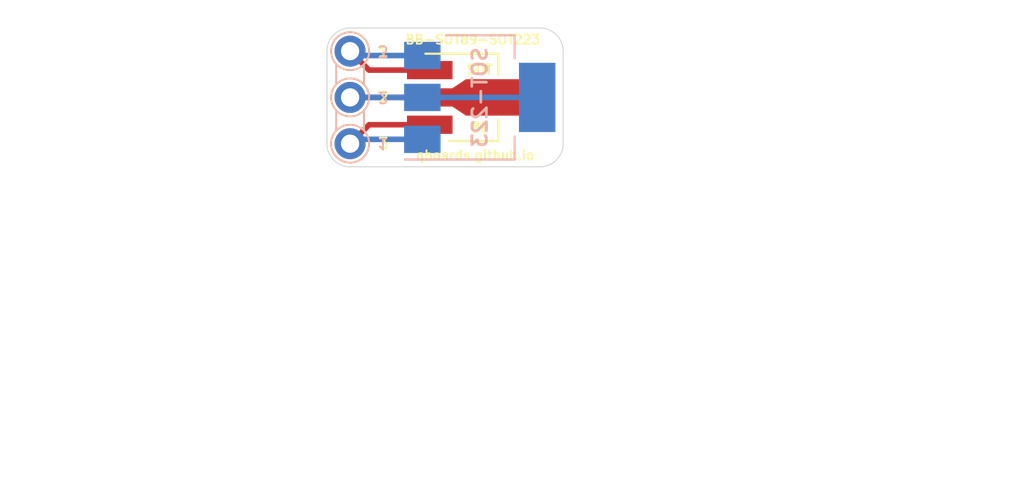
<source format=kicad_pcb>
(kicad_pcb (version 20171130) (host pcbnew "(5.1.2)-1")

  (general
    (thickness 1.2)
    (drawings 11)
    (tracks 14)
    (zones 0)
    (modules 4)
    (nets 4)
  )

  (page A4)
  (title_block
    (title BRD-REF)
    (rev 1)
    (company QBoards)
    (comment 1 "Description of the board")
  )

  (layers
    (0 F.Cu signal)
    (31 B.Cu signal)
    (32 B.Adhes user hide)
    (33 F.Adhes user hide)
    (34 B.Paste user)
    (35 F.Paste user hide)
    (36 B.SilkS user)
    (37 F.SilkS user hide)
    (38 B.Mask user)
    (39 F.Mask user hide)
    (40 Dwgs.User user hide)
    (41 Cmts.User user hide)
    (42 Eco1.User user hide)
    (43 Eco2.User user hide)
    (44 Edge.Cuts user)
    (45 Margin user hide)
    (46 B.CrtYd user)
    (47 F.CrtYd user hide)
    (48 B.Fab user)
    (49 F.Fab user hide)
  )

  (setup
    (last_trace_width 0.3048)
    (trace_clearance 0.2032)
    (zone_clearance 0.508)
    (zone_45_only no)
    (trace_min 0.1524)
    (via_size 0.8)
    (via_drill 0.4)
    (via_min_size 0.4)
    (via_min_drill 0.3048)
    (uvia_size 0.3)
    (uvia_drill 0.1)
    (uvias_allowed no)
    (uvia_min_size 0.2)
    (uvia_min_drill 0.1)
    (edge_width 0.05)
    (segment_width 0.2)
    (pcb_text_width 0.3)
    (pcb_text_size 1.5 1.5)
    (mod_edge_width 0.12)
    (mod_text_size 1 1)
    (mod_text_width 0.15)
    (pad_size 1.524 1.524)
    (pad_drill 0.762)
    (pad_to_mask_clearance 0.051)
    (solder_mask_min_width 0.25)
    (aux_axis_origin 0 0)
    (visible_elements 7FFFFFFF)
    (pcbplotparams
      (layerselection 0x010fc_ffffffff)
      (usegerberextensions true)
      (usegerberattributes false)
      (usegerberadvancedattributes false)
      (creategerberjobfile false)
      (excludeedgelayer true)
      (linewidth 0.100000)
      (plotframeref false)
      (viasonmask false)
      (mode 1)
      (useauxorigin false)
      (hpglpennumber 1)
      (hpglpenspeed 20)
      (hpglpendiameter 15.000000)
      (psnegative false)
      (psa4output false)
      (plotreference true)
      (plotvalue true)
      (plotinvisibletext false)
      (padsonsilk false)
      (subtractmaskfromsilk false)
      (outputformat 1)
      (mirror false)
      (drillshape 0)
      (scaleselection 1)
      (outputdirectory "output/"))
  )

  (net 0 "")
  (net 1 "Net-(J1-Pad3)")
  (net 2 "Net-(J1-Pad2)")
  (net 3 "Net-(J1-Pad1)")

  (net_class Default "This is the default net class."
    (clearance 0.2032)
    (trace_width 0.3048)
    (via_dia 0.8)
    (via_drill 0.4)
    (uvia_dia 0.3)
    (uvia_drill 0.1)
    (add_net "Net-(J1-Pad1)")
    (add_net "Net-(J1-Pad2)")
    (add_net "Net-(J1-Pad3)")
  )

  (net_class Minimal ""
    (clearance 0.1524)
    (trace_width 0.1524)
    (via_dia 0.8)
    (via_drill 0.4)
    (uvia_dia 0.3)
    (uvia_drill 0.1)
  )

  (module Package_TO_SOT_SMD:SOT-223-3_TabPin2 (layer B.Cu) (tedit 5A02FF57) (tstamp 5DA7CACE)
    (at 145.923 83.058)
    (descr "module CMS SOT223 4 pins")
    (tags "CMS SOT")
    (path /5DA77E9A)
    (attr smd)
    (fp_text reference SOT-223 (at 0 0 270) (layer B.SilkS)
      (effects (font (size 0.8 0.8) (thickness 0.15)) (justify mirror))
    )
    (fp_text value LM337_SOT223 (at 0 -4.5) (layer B.Fab)
      (effects (font (size 1 1) (thickness 0.15)) (justify mirror))
    )
    (fp_line (start 1.85 3.35) (end 1.85 -3.35) (layer B.Fab) (width 0.1))
    (fp_line (start -1.85 -3.35) (end 1.85 -3.35) (layer B.Fab) (width 0.1))
    (fp_line (start -4.1 3.41) (end 1.91 3.41) (layer B.SilkS) (width 0.12))
    (fp_line (start -0.85 3.35) (end 1.85 3.35) (layer B.Fab) (width 0.1))
    (fp_line (start -1.85 -3.41) (end 1.91 -3.41) (layer B.SilkS) (width 0.12))
    (fp_line (start -1.85 2.35) (end -1.85 -3.35) (layer B.Fab) (width 0.1))
    (fp_line (start -1.85 2.35) (end -0.85 3.35) (layer B.Fab) (width 0.1))
    (fp_line (start -4.4 3.6) (end -4.4 -3.6) (layer B.CrtYd) (width 0.05))
    (fp_line (start -4.4 -3.6) (end 4.4 -3.6) (layer B.CrtYd) (width 0.05))
    (fp_line (start 4.4 -3.6) (end 4.4 3.6) (layer B.CrtYd) (width 0.05))
    (fp_line (start 4.4 3.6) (end -4.4 3.6) (layer B.CrtYd) (width 0.05))
    (fp_line (start 1.91 3.41) (end 1.91 2.15) (layer B.SilkS) (width 0.12))
    (fp_line (start 1.91 -3.41) (end 1.91 -2.15) (layer B.SilkS) (width 0.12))
    (fp_text user %R (at 0 0 270) (layer B.Fab)
      (effects (font (size 0.8 0.8) (thickness 0.12)) (justify mirror))
    )
    (pad 1 smd rect (at -3.15 2.3) (size 2 1.5) (layers B.Cu B.Paste B.Mask)
      (net 1 "Net-(J1-Pad3)"))
    (pad 3 smd rect (at -3.15 -2.3) (size 2 1.5) (layers B.Cu B.Paste B.Mask)
      (net 3 "Net-(J1-Pad1)"))
    (pad 2 smd rect (at -3.15 0) (size 2 1.5) (layers B.Cu B.Paste B.Mask)
      (net 2 "Net-(J1-Pad2)"))
    (pad 2 smd rect (at 3.15 0) (size 2 3.8) (layers B.Cu B.Paste B.Mask)
      (net 2 "Net-(J1-Pad2)"))
    (model ${KISYS3DMOD}/Package_TO_SOT_SMD.3dshapes/SOT-223.wrl
      (at (xyz 0 0 0))
      (scale (xyz 1 1 1))
      (rotate (xyz 0 0 0))
    )
  )

  (module Package_TO_SOT_SMD:SOT-89-3_Handsoldering (layer F.Cu) (tedit 5A02FF57) (tstamp 5DA817D7)
    (at 145.161 83.058)
    (descr "SOT-89-3 Handsoldering")
    (tags "SOT-89-3 Handsoldering")
    (path /5DA78735)
    (attr smd)
    (fp_text reference SOT (at 0.762 -1.524 unlocked) (layer F.SilkS)
      (effects (font (size 0.5 0.5) (thickness 0.125)))
    )
    (fp_text value AZ1117-3.3 (at 0.5 3.15) (layer F.Fab)
      (effects (font (size 1 1) (thickness 0.15)))
    )
    (fp_line (start -0.13 -2.3) (end 1.68 -2.3) (layer F.Fab) (width 0.1))
    (fp_line (start -0.92 2.3) (end -0.92 -1.51) (layer F.Fab) (width 0.1))
    (fp_line (start 1.68 2.3) (end -0.92 2.3) (layer F.Fab) (width 0.1))
    (fp_line (start 1.68 -2.3) (end 1.68 2.3) (layer F.Fab) (width 0.1))
    (fp_line (start -0.92 -1.51) (end -0.13 -2.3) (layer F.Fab) (width 0.1))
    (fp_line (start 1.78 -2.4) (end 1.78 -1.2) (layer F.SilkS) (width 0.12))
    (fp_line (start -2.22 -2.4) (end 1.78 -2.4) (layer F.SilkS) (width 0.12))
    (fp_line (start 1.78 2.4) (end -0.92 2.4) (layer F.SilkS) (width 0.12))
    (fp_line (start 1.78 1.2) (end 1.78 2.4) (layer F.SilkS) (width 0.12))
    (fp_line (start -3.5 -2.55) (end -3.5 2.55) (layer F.CrtYd) (width 0.05))
    (fp_line (start 4.25 -2.55) (end -3.5 -2.55) (layer F.CrtYd) (width 0.05))
    (fp_line (start 4.25 2.55) (end 4.25 -2.55) (layer F.CrtYd) (width 0.05))
    (fp_line (start -3.5 2.55) (end 4.25 2.55) (layer F.CrtYd) (width 0.05))
    (fp_text user %R (at 0.38 0 90) (layer F.Fab)
      (effects (font (size 0.6 0.6) (thickness 0.09)))
    )
    (pad 2 smd trapezoid (at -0.37 0 90) (size 1.5 0.75) (rect_delta 0 0.5 ) (layers F.Cu F.Paste F.Mask)
      (net 2 "Net-(J1-Pad2)"))
    (pad 2 smd rect (at 1.98 0 270) (size 2 4) (layers F.Cu F.Paste F.Mask)
      (net 2 "Net-(J1-Pad2)"))
    (pad 3 smd rect (at -1.98 1.5 270) (size 1 2.5) (layers F.Cu F.Paste F.Mask)
      (net 1 "Net-(J1-Pad3)"))
    (pad 2 smd rect (at -1.98 0 270) (size 1 2.5) (layers F.Cu F.Paste F.Mask)
      (net 2 "Net-(J1-Pad2)"))
    (pad 1 smd rect (at -1.98 -1.5 270) (size 1 2.5) (layers F.Cu F.Paste F.Mask)
      (net 3 "Net-(J1-Pad1)"))
    (model ${KISYS3DMOD}/Package_TO_SOT_SMD.3dshapes/SOT-89-3.wrl
      (at (xyz 0 0 0))
      (scale (xyz 1 1 1))
      (rotate (xyz 0 0 0))
    )
  )

  (module qboards_connectors:PinHeader_1x03_P2.54mm_Vertical_dual (layer F.Cu) (tedit 5DA3227F) (tstamp 5DA7CAA1)
    (at 138.811 80.518)
    (descr "Through hole straight pin header, 1x07, 2.54mm pitch, single row")
    (tags "Through hole pin header THT 1x07 2.54mm single row")
    (path /5DA79066)
    (fp_text reference J1 (at -0.0508 -1.8288) (layer F.SilkS) hide
      (effects (font (size 0.6 0.6) (thickness 0.1)))
    )
    (fp_text value Conn_01x03_Male (at -0.1524 7.5184) (layer B.Fab)
      (effects (font (size 1 1) (thickness 0.15)) (justify mirror))
    )
    (fp_text user 1 (at 1.8034 5.08 180 unlocked) (layer B.SilkS)
      (effects (font (size 0.6 0.6) (thickness 0.1)) (justify mirror))
    )
    (fp_text user 2 (at 1.8034 2.54 180 unlocked) (layer B.SilkS)
      (effects (font (size 0.6 0.6) (thickness 0.1)) (justify mirror))
    )
    (fp_text user 3 (at 1.8034 0 180 unlocked) (layer B.SilkS)
      (effects (font (size 0.6 0.6) (thickness 0.1)) (justify mirror))
    )
    (fp_line (start 0.762 3.2766) (end 0.762 4.3434) (layer B.SilkS) (width 0.1))
    (fp_line (start -0.762 3.2766) (end -0.762 4.3434) (layer B.SilkS) (width 0.1))
    (fp_circle (center 0 5.08) (end 0.0254 4.0386) (layer B.SilkS) (width 0.1))
    (fp_circle (center 0 2.54) (end 0.0254 1.4986) (layer B.SilkS) (width 0.1))
    (fp_line (start 0.762 0.7366) (end 0.762 1.8034) (layer B.SilkS) (width 0.1))
    (fp_line (start -0.762 0.7366) (end -0.762 1.8034) (layer B.SilkS) (width 0.1))
    (fp_circle (center 0 0) (end 0.0254 -1.0414) (layer B.SilkS) (width 0.1))
    (fp_line (start -1.27 6.35) (end 1.27 6.35) (layer B.CrtYd) (width 0.12))
    (fp_line (start -1.27 -1.26) (end -1.27 6.35) (layer B.CrtYd) (width 0.12))
    (fp_line (start 1.27 -1.26) (end -1.27 -1.26) (layer B.CrtYd) (width 0.12))
    (fp_line (start 1.27 6.35) (end 1.27 -1.26) (layer B.CrtYd) (width 0.12))
    (fp_line (start -0.762 3.302) (end -0.762 4.318) (layer F.SilkS) (width 0.1))
    (fp_line (start 0.762 3.302) (end 0.762 4.318) (layer F.SilkS) (width 0.1))
    (fp_line (start 0.762 0.762) (end 0.762 1.778) (layer F.SilkS) (width 0.1))
    (fp_line (start -0.762 0.762) (end -0.762 1.778) (layer F.SilkS) (width 0.1))
    (fp_text user 3 (at 1.4732 5.08) (layer F.SilkS)
      (effects (font (size 0.6 0.6) (thickness 0.1)) (justify left))
    )
    (fp_text user 2 (at 1.4732 2.54) (layer F.SilkS)
      (effects (font (size 0.6 0.6) (thickness 0.1)) (justify left))
    )
    (fp_circle (center 0 5.08) (end 0.8128 5.7404) (layer F.SilkS) (width 0.1))
    (fp_circle (center 0 2.54) (end 0.8128 3.2004) (layer F.SilkS) (width 0.1))
    (fp_text user 1 (at 1.4732 0) (layer F.SilkS)
      (effects (font (size 0.6 0.6) (thickness 0.1)) (justify left))
    )
    (fp_circle (center 0 0) (end 0.8128 0.6604) (layer F.SilkS) (width 0.1))
    (fp_line (start -0.635 -1.27) (end 1.27 -1.27) (layer B.Fab) (width 0.1))
    (fp_line (start 1.27 -1.27) (end 1.27 6.35) (layer B.Fab) (width 0.1))
    (fp_line (start 1.27 6.35) (end -1.27 6.35) (layer B.Fab) (width 0.1))
    (fp_line (start -1.27 6.35) (end -1.27 -0.635) (layer B.Fab) (width 0.1))
    (fp_line (start -1.27 -0.635) (end -0.635 -1.27) (layer B.Fab) (width 0.1))
    (fp_line (start -1.016 -1.016) (end -1.016 6.1214) (layer F.CrtYd) (width 0.05))
    (fp_line (start -1.016 6.1214) (end 1.016 6.1214) (layer F.CrtYd) (width 0.05))
    (fp_line (start 1.016 6.1214) (end 1.016 -1.016) (layer F.CrtYd) (width 0.05))
    (fp_line (start 1.016 -1.016) (end -1.016 -1.016) (layer F.CrtYd) (width 0.05))
    (fp_text user %R (at 0.0508 2.54 270) (layer B.Fab)
      (effects (font (size 1 1) (thickness 0.15)) (justify mirror))
    )
    (pad 1 thru_hole circle (at 0 0) (size 1.7 1.7) (drill 1) (layers *.Cu *.Mask)
      (net 3 "Net-(J1-Pad1)"))
    (pad 2 thru_hole oval (at 0 2.54) (size 1.7 1.7) (drill 1) (layers *.Cu *.Mask)
      (net 2 "Net-(J1-Pad2)"))
    (pad 3 thru_hole oval (at 0 5.08) (size 1.7 1.7) (drill 1) (layers *.Cu *.Mask)
      (net 1 "Net-(J1-Pad3)"))
    (model ${KISYS3DMOD}/Connector_PinHeader_2.54mm.3dshapes/PinHeader_1x03_P2.54mm_Vertical.wrl
      (offset (xyz 0 0 -2))
      (scale (xyz 1 1 1))
      (rotate (xyz 0 180 0))
    )
  )

  (module qboards_aesthetics:breadboard-guide (layer F.Cu) (tedit 5CF80C42) (tstamp 5DA2C2B0)
    (at 123.571 80.518)
    (fp_text reference REF** (at 0.508 1.524 90) (layer F.SilkS) hide
      (effects (font (size 1 1) (thickness 0.15)))
    )
    (fp_text value breadboard-guide (at -5.08 11.43 90) (layer F.Fab) hide
      (effects (font (size 1 1) (thickness 0.15)))
    )
    (fp_line (start 52.07 24.13) (end 52.07 -1.27) (layer F.Fab) (width 0.3))
    (fp_line (start -3.81 24.13) (end -3.81 -1.27) (layer F.Fab) (width 0.3))
    (fp_circle (center 15.24 22.86) (end 15.763634 22.86) (layer F.Fab) (width 0.4))
    (fp_circle (center 15.24 20.32) (end 15.763634 20.32) (layer F.Fab) (width 0.4))
    (fp_circle (center 15.24 17.78) (end 15.763634 17.78) (layer F.Fab) (width 0.4))
    (fp_circle (center 15.24 15.24) (end 15.763634 15.24) (layer F.Fab) (width 0.4))
    (fp_circle (center 15.24 12.7) (end 15.763634 12.7) (layer F.Fab) (width 0.4))
    (fp_circle (center 15.24 10.16) (end 15.763634 10.16) (layer F.Fab) (width 0.4))
    (fp_circle (center 15.24 7.62) (end 15.763634 7.62) (layer F.Fab) (width 0.4))
    (fp_circle (center 15.24 5.08) (end 15.763634 5.08) (layer F.Fab) (width 0.4))
    (fp_circle (center 15.24 2.54) (end 15.763634 2.54) (layer F.Fab) (width 0.4))
    (fp_circle (center 27.94 22.86) (end 28.463634 22.86) (layer F.Fab) (width 0.4))
    (fp_circle (center 27.94 20.32) (end 28.463634 20.32) (layer F.Fab) (width 0.4))
    (fp_circle (center 27.94 17.78) (end 28.463634 17.78) (layer F.Fab) (width 0.4))
    (fp_circle (center 27.94 15.24) (end 28.463634 15.24) (layer F.Fab) (width 0.4))
    (fp_circle (center 27.94 12.7) (end 28.463634 12.7) (layer F.Fab) (width 0.4))
    (fp_circle (center 27.94 10.16) (end 28.463634 10.16) (layer F.Fab) (width 0.4))
    (fp_circle (center 27.94 7.62) (end 28.463634 7.62) (layer F.Fab) (width 0.4))
    (fp_circle (center 27.94 5.08) (end 28.463634 5.08) (layer F.Fab) (width 0.4))
    (fp_circle (center 27.94 2.54) (end 28.463634 2.54) (layer F.Fab) (width 0.4))
    (fp_circle (center 2.524366 22.86) (end 3.048 22.86) (layer F.Fab) (width 0.4))
    (fp_circle (center 2.524366 20.32) (end 3.048 20.32) (layer F.Fab) (width 0.4))
    (fp_circle (center 2.524366 17.78) (end 3.048 17.78) (layer F.Fab) (width 0.4))
    (fp_circle (center 2.524366 15.24) (end 3.048 15.24) (layer F.Fab) (width 0.4))
    (fp_circle (center 2.524366 12.7) (end 3.048 12.7) (layer F.Fab) (width 0.4))
    (fp_circle (center 2.524366 10.16) (end 3.048 10.16) (layer F.Fab) (width 0.4))
    (fp_circle (center 2.524366 7.62) (end 3.048 7.62) (layer F.Fab) (width 0.4))
    (fp_circle (center 2.524366 5.08) (end 3.048 5.08) (layer F.Fab) (width 0.4))
    (fp_circle (center 2.524366 2.54) (end 3.048 2.54) (layer F.Fab) (width 0.4))
    (fp_circle (center 12.7 22.86) (end 13.223634 22.86) (layer F.Fab) (width 0.4))
    (fp_circle (center 12.7 20.32) (end 13.223634 20.32) (layer F.Fab) (width 0.4))
    (fp_circle (center 12.7 17.78) (end 13.223634 17.78) (layer F.Fab) (width 0.4))
    (fp_circle (center 12.7 15.24) (end 13.223634 15.24) (layer F.Fab) (width 0.4))
    (fp_circle (center 12.7 12.7) (end 13.223634 12.7) (layer F.Fab) (width 0.4))
    (fp_circle (center 12.7 10.16) (end 13.223634 10.16) (layer F.Fab) (width 0.4))
    (fp_circle (center 12.7 7.62) (end 13.223634 7.62) (layer F.Fab) (width 0.4))
    (fp_circle (center 12.7 5.08) (end 13.223634 5.08) (layer F.Fab) (width 0.4))
    (fp_circle (center 12.7 2.54) (end 13.223634 2.54) (layer F.Fab) (width 0.4))
    (fp_circle (center 17.78 22.86) (end 18.303634 22.86) (layer F.Fab) (width 0.4))
    (fp_circle (center 17.78 20.32) (end 18.303634 20.32) (layer F.Fab) (width 0.4))
    (fp_circle (center 17.78 17.78) (end 18.303634 17.78) (layer F.Fab) (width 0.4))
    (fp_circle (center 17.78 15.24) (end 18.303634 15.24) (layer F.Fab) (width 0.4))
    (fp_circle (center 17.78 12.7) (end 18.303634 12.7) (layer F.Fab) (width 0.4))
    (fp_circle (center 17.78 10.16) (end 18.303634 10.16) (layer F.Fab) (width 0.4))
    (fp_circle (center 17.78 7.62) (end 18.303634 7.62) (layer F.Fab) (width 0.4))
    (fp_circle (center 17.78 5.08) (end 18.303634 5.08) (layer F.Fab) (width 0.4))
    (fp_circle (center 17.78 2.54) (end 18.303634 2.54) (layer F.Fab) (width 0.4))
    (fp_circle (center 48.244366 22.86) (end 48.768 22.86) (layer F.Fab) (width 0.4))
    (fp_circle (center 48.244366 20.32) (end 48.768 20.32) (layer F.Fab) (width 0.4))
    (fp_circle (center 48.244366 17.78) (end 48.768 17.78) (layer F.Fab) (width 0.4))
    (fp_circle (center 48.244366 15.24) (end 48.768 15.24) (layer F.Fab) (width 0.4))
    (fp_circle (center 48.244366 12.7) (end 48.768 12.7) (layer F.Fab) (width 0.4))
    (fp_circle (center 48.244366 10.16) (end 48.768 10.16) (layer F.Fab) (width 0.4))
    (fp_circle (center 48.244366 7.62) (end 48.768 7.62) (layer F.Fab) (width 0.4))
    (fp_circle (center 48.244366 5.08) (end 48.768 5.08) (layer F.Fab) (width 0.4))
    (fp_circle (center 48.244366 2.54) (end 48.768 2.54) (layer F.Fab) (width 0.4))
    (fp_circle (center 45.72 22.86) (end 46.243634 22.86) (layer F.Fab) (width 0.4))
    (fp_circle (center 45.72 20.32) (end 46.243634 20.32) (layer F.Fab) (width 0.4))
    (fp_circle (center 45.72 17.78) (end 46.243634 17.78) (layer F.Fab) (width 0.4))
    (fp_circle (center 45.72 15.24) (end 46.243634 15.24) (layer F.Fab) (width 0.4))
    (fp_circle (center 45.72 12.7) (end 46.243634 12.7) (layer F.Fab) (width 0.4))
    (fp_circle (center 45.72 10.16) (end 46.243634 10.16) (layer F.Fab) (width 0.4))
    (fp_circle (center 45.72 7.62) (end 46.243634 7.62) (layer F.Fab) (width 0.4))
    (fp_circle (center 45.72 5.08) (end 46.243634 5.08) (layer F.Fab) (width 0.4))
    (fp_circle (center 45.72 2.54) (end 46.243634 2.54) (layer F.Fab) (width 0.4))
    (fp_circle (center 0 22.86) (end 0.523634 22.86) (layer F.Fab) (width 0.4))
    (fp_circle (center 0 20.32) (end 0.523634 20.32) (layer F.Fab) (width 0.4))
    (fp_circle (center 0 17.78) (end 0.523634 17.78) (layer F.Fab) (width 0.4))
    (fp_circle (center 0 15.24) (end 0.523634 15.24) (layer F.Fab) (width 0.4))
    (fp_circle (center 0 12.7) (end 0.523634 12.7) (layer F.Fab) (width 0.4))
    (fp_circle (center 0 10.16) (end 0.523634 10.16) (layer F.Fab) (width 0.4))
    (fp_circle (center 0 7.62) (end 0.523634 7.62) (layer F.Fab) (width 0.4))
    (fp_circle (center 0 5.08) (end 0.523634 5.08) (layer F.Fab) (width 0.4))
    (fp_circle (center 0 2.54) (end 0.523634 2.54) (layer F.Fab) (width 0.4))
    (fp_circle (center 20.304366 22.86) (end 20.828 22.86) (layer F.Fab) (width 0.4))
    (fp_circle (center 20.304366 20.32) (end 20.828 20.32) (layer F.Fab) (width 0.4))
    (fp_circle (center 20.304366 17.78) (end 20.828 17.78) (layer F.Fab) (width 0.4))
    (fp_circle (center 20.304366 15.24) (end 20.828 15.24) (layer F.Fab) (width 0.4))
    (fp_circle (center 20.304366 12.7) (end 20.828 12.7) (layer F.Fab) (width 0.4))
    (fp_circle (center 20.304366 10.16) (end 20.828 10.16) (layer F.Fab) (width 0.4))
    (fp_circle (center 20.304366 7.62) (end 20.828 7.62) (layer F.Fab) (width 0.4))
    (fp_circle (center 20.304366 5.08) (end 20.828 5.08) (layer F.Fab) (width 0.4))
    (fp_circle (center 20.304366 2.54) (end 20.828 2.54) (layer F.Fab) (width 0.4))
    (fp_circle (center 10.16 22.86) (end 10.683634 22.86) (layer F.Fab) (width 0.4))
    (fp_circle (center 10.16 20.32) (end 10.683634 20.32) (layer F.Fab) (width 0.4))
    (fp_circle (center 10.16 17.78) (end 10.683634 17.78) (layer F.Fab) (width 0.4))
    (fp_circle (center 10.16 15.24) (end 10.683634 15.24) (layer F.Fab) (width 0.4))
    (fp_circle (center 10.16 12.7) (end 10.683634 12.7) (layer F.Fab) (width 0.4))
    (fp_circle (center 10.16 10.16) (end 10.683634 10.16) (layer F.Fab) (width 0.4))
    (fp_circle (center 10.16 7.62) (end 10.683634 7.62) (layer F.Fab) (width 0.4))
    (fp_circle (center 10.16 5.08) (end 10.683634 5.08) (layer F.Fab) (width 0.4))
    (fp_circle (center 10.16 2.54) (end 10.683634 2.54) (layer F.Fab) (width 0.4))
    (fp_circle (center 33.02 22.86) (end 33.543634 22.86) (layer F.Fab) (width 0.4))
    (fp_circle (center 33.02 20.32) (end 33.543634 20.32) (layer F.Fab) (width 0.4))
    (fp_circle (center 33.02 17.78) (end 33.543634 17.78) (layer F.Fab) (width 0.4))
    (fp_circle (center 33.02 15.24) (end 33.543634 15.24) (layer F.Fab) (width 0.4))
    (fp_circle (center 33.02 12.7) (end 33.543634 12.7) (layer F.Fab) (width 0.4))
    (fp_circle (center 33.02 10.16) (end 33.543634 10.16) (layer F.Fab) (width 0.4))
    (fp_circle (center 33.02 7.62) (end 33.543634 7.62) (layer F.Fab) (width 0.4))
    (fp_circle (center 33.02 5.08) (end 33.543634 5.08) (layer F.Fab) (width 0.4))
    (fp_circle (center 33.02 2.54) (end 33.543634 2.54) (layer F.Fab) (width 0.4))
    (fp_circle (center 30.48 22.86) (end 31.003634 22.86) (layer F.Fab) (width 0.4))
    (fp_circle (center 30.48 20.32) (end 31.003634 20.32) (layer F.Fab) (width 0.4))
    (fp_circle (center 30.48 17.78) (end 31.003634 17.78) (layer F.Fab) (width 0.4))
    (fp_circle (center 30.48 15.24) (end 31.003634 15.24) (layer F.Fab) (width 0.4))
    (fp_circle (center 30.48 12.7) (end 31.003634 12.7) (layer F.Fab) (width 0.4))
    (fp_circle (center 30.48 10.16) (end 31.003634 10.16) (layer F.Fab) (width 0.4))
    (fp_circle (center 30.48 7.62) (end 31.003634 7.62) (layer F.Fab) (width 0.4))
    (fp_circle (center 30.48 5.08) (end 31.003634 5.08) (layer F.Fab) (width 0.4))
    (fp_circle (center 30.48 2.54) (end 31.003634 2.54) (layer F.Fab) (width 0.4))
    (fp_circle (center 35.56 22.86) (end 36.083634 22.86) (layer F.Fab) (width 0.4))
    (fp_circle (center 35.56 20.32) (end 36.083634 20.32) (layer F.Fab) (width 0.4))
    (fp_circle (center 35.56 17.78) (end 36.083634 17.78) (layer F.Fab) (width 0.4))
    (fp_circle (center 35.56 15.24) (end 36.083634 15.24) (layer F.Fab) (width 0.4))
    (fp_circle (center 35.56 12.7) (end 36.083634 12.7) (layer F.Fab) (width 0.4))
    (fp_circle (center 35.56 10.16) (end 36.083634 10.16) (layer F.Fab) (width 0.4))
    (fp_circle (center 35.56 7.62) (end 36.083634 7.62) (layer F.Fab) (width 0.4))
    (fp_circle (center 35.56 5.08) (end 36.083634 5.08) (layer F.Fab) (width 0.4))
    (fp_circle (center 35.56 2.54) (end 36.083634 2.54) (layer F.Fab) (width 0.4))
    (fp_circle (center 38.084366 22.86) (end 38.608 22.86) (layer F.Fab) (width 0.4))
    (fp_circle (center 38.084366 20.32) (end 38.608 20.32) (layer F.Fab) (width 0.4))
    (fp_circle (center 38.084366 17.78) (end 38.608 17.78) (layer F.Fab) (width 0.4))
    (fp_circle (center 38.084366 15.24) (end 38.608 15.24) (layer F.Fab) (width 0.4))
    (fp_circle (center 38.084366 12.7) (end 38.608 12.7) (layer F.Fab) (width 0.4))
    (fp_circle (center 38.084366 10.16) (end 38.608 10.16) (layer F.Fab) (width 0.4))
    (fp_circle (center 38.084366 7.62) (end 38.608 7.62) (layer F.Fab) (width 0.4))
    (fp_circle (center 38.084366 5.08) (end 38.608 5.08) (layer F.Fab) (width 0.4))
    (fp_circle (center 38.084366 2.54) (end 38.608 2.54) (layer F.Fab) (width 0.4))
    (fp_circle (center 10.16 0) (end 10.683634 0) (layer F.Fab) (width 0.4))
    (fp_circle (center 15.24 0) (end 15.763634 0) (layer F.Fab) (width 0.4))
    (fp_circle (center 12.7 0) (end 13.223634 0) (layer F.Fab) (width 0.4))
    (fp_circle (center 17.78 0) (end 18.303634 0) (layer F.Fab) (width 0.4))
    (fp_circle (center 20.304366 0) (end 20.828 0) (layer F.Fab) (width 0.4))
    (fp_circle (center 2.524366 0) (end 3.048 0) (layer F.Fab) (width 0.4))
    (fp_circle (center 0 0) (end 0.523634 0) (layer F.Fab) (width 0.4))
    (fp_circle (center 45.72 0) (end 46.243634 0) (layer F.Fab) (width 0.4))
    (fp_circle (center 48.244366 0) (end 48.768 0) (layer F.Fab) (width 0.4))
    (fp_circle (center 27.94 0) (end 28.463634 0) (layer F.Fab) (width 0.4))
    (fp_circle (center 30.48 0) (end 31.003634 0) (layer F.Fab) (width 0.4))
    (fp_circle (center 33.02 0) (end 33.543634 0) (layer F.Fab) (width 0.4))
    (fp_circle (center 35.56 0) (end 36.083634 0) (layer F.Fab) (width 0.4))
    (fp_circle (center 38.084366 0) (end 38.608 0) (layer F.Fab) (width 0.4))
  )

  (gr_text BB-SOT89-SOT223 (at 145.542 79.883) (layer F.SilkS) (tstamp 5DA8259B)
    (effects (font (size 0.5 0.5) (thickness 0.1)))
  )
  (gr_text qboards.github.io (at 145.669 86.233) (layer F.SilkS) (tstamp 5DA820F1)
    (effects (font (size 0.5 0.5) (thickness 0.1)))
  )
  (gr_text 89 (at 145.923 84.709) (layer F.SilkS)
    (effects (font (size 0.5 0.5) (thickness 0.125)))
  )
  (gr_arc (start 149.225 85.598) (end 149.225 86.868) (angle -90) (layer Edge.Cuts) (width 0.05) (tstamp 5DA43B8B))
  (gr_arc (start 138.811 85.598) (end 137.541 85.598) (angle -90) (layer Edge.Cuts) (width 0.05) (tstamp 5DA43B88))
  (gr_arc (start 138.811 80.518) (end 138.811 79.248) (angle -90) (layer Edge.Cuts) (width 0.05) (tstamp 5DA43B85))
  (gr_arc (start 149.225 80.518) (end 150.495 80.518) (angle -90) (layer Edge.Cuts) (width 0.05))
  (gr_line (start 137.541 80.518) (end 137.541 85.598) (layer Edge.Cuts) (width 0.05) (tstamp 5DA41990))
  (gr_line (start 149.225 79.248) (end 138.811 79.248) (layer Edge.Cuts) (width 0.05))
  (gr_line (start 150.495 85.598) (end 150.495 80.518) (layer Edge.Cuts) (width 0.05))
  (gr_line (start 138.811 86.868) (end 149.225 86.868) (layer Edge.Cuts) (width 0.05))

  (segment (start 139.051 85.358) (end 138.811 85.598) (width 0.3048) (layer B.Cu) (net 1))
  (segment (start 142.773 85.358) (end 139.051 85.358) (width 0.3048) (layer B.Cu) (net 1))
  (segment (start 139.851 84.558) (end 138.811 85.598) (width 0.3048) (layer F.Cu) (net 1))
  (segment (start 143.181 84.558) (end 139.851 84.558) (width 0.3048) (layer F.Cu) (net 1))
  (segment (start 141.4682 83.058) (end 138.811 83.058) (width 0.3048) (layer B.Cu) (net 2))
  (segment (start 142.773 83.058) (end 141.4682 83.058) (width 0.3048) (layer B.Cu) (net 2))
  (segment (start 141.6262 83.058) (end 138.811 83.058) (width 0.3048) (layer F.Cu) (net 2))
  (segment (start 143.181 83.058) (end 141.6262 83.058) (width 0.3048) (layer F.Cu) (net 2))
  (segment (start 143.181 83.058) (end 147.141 83.058) (width 0.3048) (layer F.Cu) (net 2))
  (segment (start 149.073 83.058) (end 142.773 83.058) (width 0.3048) (layer B.Cu) (net 2))
  (segment (start 139.051 80.758) (end 138.811 80.518) (width 0.3048) (layer B.Cu) (net 3))
  (segment (start 142.773 80.758) (end 139.051 80.758) (width 0.3048) (layer B.Cu) (net 3))
  (segment (start 139.851 81.558) (end 138.811 80.518) (width 0.3048) (layer F.Cu) (net 3))
  (segment (start 143.181 81.558) (end 139.851 81.558) (width 0.3048) (layer F.Cu) (net 3))

)

</source>
